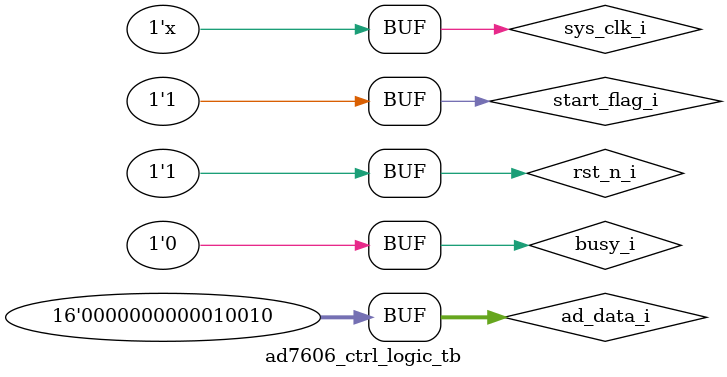
<source format=v>
`timescale 1ns / 1ps



module ad7606_ctrl_logic_tb;

  // Parameters

  //Ports
reg                                     sys_clk_i                  ;
reg                                     rst_n_i                    ;
reg                                     start_flag_i               ;
wire                                    reset_o                    ;
wire                                    convsta_o                  ;
wire                                    convstb_o                  ;
reg                                     busy_i                     ;
reg                                     AD7606_FRSTDATA_1V8        ;
wire                                    cs_o                       ;
wire                                    rd_o                       ;
reg                    [  15:0]         ad_data_i                  ;
wire                                    data_flag_o                ;
wire                   [  15:0]         ch1_data                   ;
wire                   [  15:0]         ch2_data                   ;
wire                   [  15:0]         ch3_data                   ;
wire                   [  15:0]         ch4_data                   ;
wire                   [  15:0]         ch5_data                   ;
wire                   [  15:0]         ch6_data                   ;
wire                   [  15:0]         ch7_data                   ;
wire                   [  15:0]         ch8_data                   ;

initial begin
  sys_clk_i = 0;
  rst_n_i = 0;
  start_flag_i = 0;
  ad_data_i = 'd18;
  busy_i = 0;
  #50
  rst_n_i = 1;
  #200
  start_flag_i = 1;
  #50
  busy_i = 1;
  #300
  busy_i = 0;
end

  ad7606_ctrl_logic  ad7606_ctrl_logic_inst (
    .sys_clk_i                         (sys_clk_i                 ),
    .rst_n_i                           (rst_n_i                   ),
    .start_flag_i                      (start_flag_i              ),
    .reset_o                           (reset_o                   ),
    .convsta_o                         (convsta_o                 ),
    .convstb_o                         (convstb_o                 ),
    .busy_i                            (busy_i                    ),
    .AD7606_FRSTDATA_1V8               (AD7606_FRSTDATA_1V8       ),
    .cs_o                              (cs_o                      ),
    .rd_o                              (rd_o                      ),
    .ad_data_i                         (ad_data_i                 ),
    .data_flag_o                       (data_flag_o               ),
    .ch1_data                          (ch1_data                  ),
    .ch2_data                          (ch2_data                  ),
    .ch3_data                          (ch3_data                  ),
    .ch4_data                          (ch4_data                  ),
    .ch5_data                          (ch5_data                  ),
    .ch6_data                          (ch6_data                  ),
    .ch7_data                          (ch7_data                  ),
    .ch8_data                          (ch8_data                  ) 
  );

always #5  sys_clk_i = ! sys_clk_i ;

endmodule
</source>
